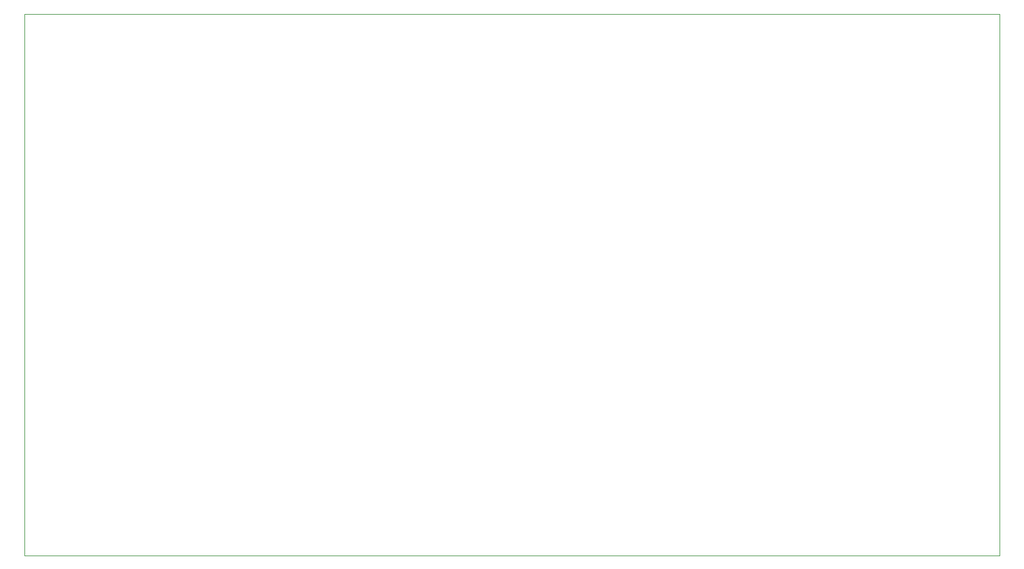
<source format=gbr>
%TF.GenerationSoftware,KiCad,Pcbnew,5.1.6-c6e7f7d~86~ubuntu18.04.1*%
%TF.CreationDate,2020-05-27T00:28:31+09:00*%
%TF.ProjectId,simple_eurorack_psu,73696d70-6c65-45f6-9575-726f7261636b,rev?*%
%TF.SameCoordinates,PX1312d00PY6422c40*%
%TF.FileFunction,Profile,NP*%
%FSLAX46Y46*%
G04 Gerber Fmt 4.6, Leading zero omitted, Abs format (unit mm)*
G04 Created by KiCad (PCBNEW 5.1.6-c6e7f7d~86~ubuntu18.04.1) date 2020-05-27 00:28:31*
%MOMM*%
%LPD*%
G01*
G04 APERTURE LIST*
%TA.AperFunction,Profile*%
%ADD10C,0.050000*%
%TD*%
G04 APERTURE END LIST*
D10*
X135000000Y75000000D02*
X0Y75000000D01*
X135000000Y0D02*
X135000000Y75000000D01*
X0Y0D02*
X135000000Y0D01*
X0Y75000000D02*
X0Y0D01*
M02*

</source>
